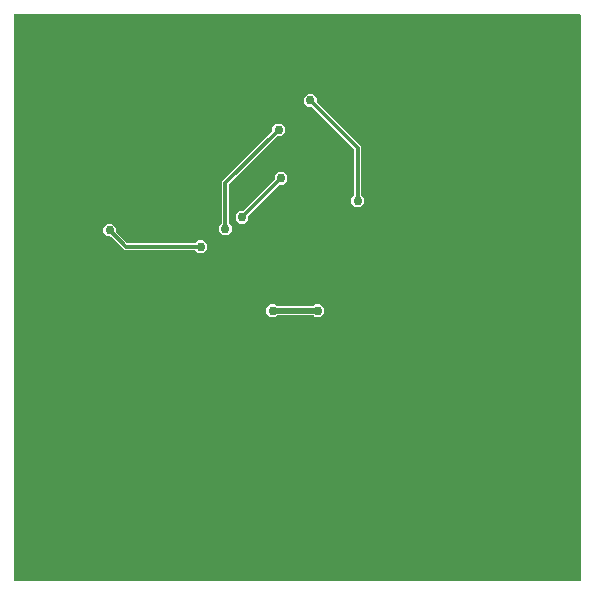
<source format=gbr>
G04 EAGLE Gerber RS-274X export*
G75*
%MOMM*%
%FSLAX34Y34*%
%LPD*%
%INBottom Copper*%
%IPPOS*%
%AMOC8*
5,1,8,0,0,1.08239X$1,22.5*%
G01*
%ADD10C,0.756400*%
%ADD11C,0.304800*%
%ADD12C,0.508000*%

G36*
X489098Y10164D02*
X489098Y10164D01*
X489117Y10162D01*
X489219Y10184D01*
X489321Y10200D01*
X489338Y10210D01*
X489358Y10214D01*
X489447Y10267D01*
X489538Y10316D01*
X489552Y10330D01*
X489569Y10340D01*
X489636Y10419D01*
X489708Y10494D01*
X489716Y10512D01*
X489729Y10527D01*
X489768Y10623D01*
X489811Y10717D01*
X489813Y10737D01*
X489821Y10755D01*
X489839Y10922D01*
X489839Y489078D01*
X489836Y489098D01*
X489838Y489117D01*
X489816Y489219D01*
X489800Y489321D01*
X489790Y489338D01*
X489786Y489358D01*
X489733Y489447D01*
X489684Y489538D01*
X489670Y489552D01*
X489660Y489569D01*
X489581Y489636D01*
X489506Y489708D01*
X489488Y489716D01*
X489473Y489729D01*
X489377Y489768D01*
X489283Y489811D01*
X489263Y489813D01*
X489245Y489821D01*
X489078Y489839D01*
X10922Y489839D01*
X10902Y489836D01*
X10883Y489838D01*
X10781Y489816D01*
X10679Y489800D01*
X10662Y489790D01*
X10642Y489786D01*
X10553Y489733D01*
X10462Y489684D01*
X10448Y489670D01*
X10431Y489660D01*
X10364Y489581D01*
X10292Y489506D01*
X10284Y489488D01*
X10271Y489473D01*
X10232Y489377D01*
X10189Y489283D01*
X10187Y489263D01*
X10179Y489245D01*
X10161Y489078D01*
X10161Y10922D01*
X10164Y10902D01*
X10162Y10883D01*
X10184Y10781D01*
X10200Y10679D01*
X10210Y10662D01*
X10214Y10642D01*
X10267Y10553D01*
X10316Y10462D01*
X10330Y10448D01*
X10340Y10431D01*
X10419Y10364D01*
X10494Y10292D01*
X10512Y10284D01*
X10527Y10271D01*
X10623Y10232D01*
X10717Y10189D01*
X10737Y10187D01*
X10755Y10179D01*
X10922Y10161D01*
X489078Y10161D01*
X489098Y10164D01*
G37*
%LPC*%
G36*
X186802Y302693D02*
X186802Y302693D01*
X183693Y305802D01*
X183693Y310198D01*
X185728Y312233D01*
X185781Y312307D01*
X185841Y312377D01*
X185853Y312407D01*
X185872Y312433D01*
X185899Y312520D01*
X185933Y312605D01*
X185937Y312646D01*
X185944Y312668D01*
X185943Y312700D01*
X185951Y312771D01*
X185951Y348263D01*
X228470Y390782D01*
X228523Y390856D01*
X228583Y390925D01*
X228595Y390955D01*
X228614Y390982D01*
X228641Y391069D01*
X228675Y391153D01*
X228679Y391194D01*
X228686Y391217D01*
X228685Y391249D01*
X228693Y391320D01*
X228693Y394198D01*
X231802Y397307D01*
X236198Y397307D01*
X239307Y394198D01*
X239307Y389802D01*
X236198Y386693D01*
X233320Y386693D01*
X233230Y386679D01*
X233139Y386671D01*
X233109Y386659D01*
X233077Y386654D01*
X232997Y386611D01*
X232913Y386575D01*
X232881Y386549D01*
X232860Y386538D01*
X232838Y386515D01*
X232782Y386470D01*
X192272Y345960D01*
X192219Y345886D01*
X192159Y345817D01*
X192147Y345787D01*
X192128Y345760D01*
X192101Y345673D01*
X192067Y345589D01*
X192063Y345548D01*
X192056Y345525D01*
X192057Y345493D01*
X192049Y345422D01*
X192049Y312771D01*
X192063Y312681D01*
X192071Y312590D01*
X192083Y312561D01*
X192088Y312529D01*
X192131Y312448D01*
X192167Y312364D01*
X192193Y312332D01*
X192204Y312311D01*
X192227Y312289D01*
X192272Y312233D01*
X194307Y310198D01*
X194307Y305802D01*
X191198Y302693D01*
X186802Y302693D01*
G37*
%LPD*%
%LPC*%
G36*
X298802Y326693D02*
X298802Y326693D01*
X295693Y329802D01*
X295693Y334198D01*
X297728Y336233D01*
X297776Y336299D01*
X297785Y336309D01*
X297788Y336314D01*
X297841Y336377D01*
X297853Y336407D01*
X297872Y336433D01*
X297899Y336520D01*
X297933Y336605D01*
X297937Y336646D01*
X297944Y336668D01*
X297943Y336700D01*
X297951Y336771D01*
X297951Y375422D01*
X297937Y375512D01*
X297929Y375603D01*
X297917Y375633D01*
X297912Y375665D01*
X297869Y375745D01*
X297833Y375829D01*
X297807Y375861D01*
X297796Y375882D01*
X297773Y375904D01*
X297728Y375960D01*
X262218Y411470D01*
X262144Y411523D01*
X262075Y411583D01*
X262045Y411595D01*
X262018Y411614D01*
X261931Y411641D01*
X261847Y411675D01*
X261806Y411679D01*
X261783Y411686D01*
X261751Y411685D01*
X261680Y411693D01*
X258802Y411693D01*
X255693Y414802D01*
X255693Y419198D01*
X258802Y422307D01*
X263198Y422307D01*
X266307Y419198D01*
X266307Y416320D01*
X266321Y416230D01*
X266329Y416139D01*
X266341Y416109D01*
X266346Y416077D01*
X266389Y415997D01*
X266425Y415913D01*
X266451Y415881D01*
X266462Y415860D01*
X266485Y415838D01*
X266530Y415782D01*
X304049Y378263D01*
X304049Y336771D01*
X304063Y336681D01*
X304071Y336590D01*
X304083Y336561D01*
X304088Y336529D01*
X304131Y336448D01*
X304167Y336364D01*
X304193Y336332D01*
X304204Y336311D01*
X304227Y336289D01*
X304272Y336233D01*
X306307Y334198D01*
X306307Y329802D01*
X303198Y326693D01*
X298802Y326693D01*
G37*
%LPD*%
%LPC*%
G36*
X165802Y287693D02*
X165802Y287693D01*
X163767Y289728D01*
X163693Y289781D01*
X163623Y289841D01*
X163593Y289853D01*
X163567Y289872D01*
X163480Y289899D01*
X163395Y289933D01*
X163354Y289937D01*
X163332Y289944D01*
X163300Y289943D01*
X163229Y289951D01*
X103737Y289951D01*
X92218Y301470D01*
X92144Y301523D01*
X92075Y301583D01*
X92045Y301595D01*
X92018Y301614D01*
X91931Y301641D01*
X91847Y301675D01*
X91806Y301679D01*
X91783Y301686D01*
X91751Y301685D01*
X91680Y301693D01*
X88802Y301693D01*
X85693Y304802D01*
X85693Y309198D01*
X88802Y312307D01*
X93198Y312307D01*
X96307Y309198D01*
X96307Y306320D01*
X96321Y306230D01*
X96329Y306139D01*
X96341Y306109D01*
X96346Y306077D01*
X96389Y305997D01*
X96425Y305913D01*
X96451Y305881D01*
X96462Y305860D01*
X96485Y305838D01*
X96530Y305782D01*
X106040Y296272D01*
X106114Y296219D01*
X106183Y296159D01*
X106213Y296147D01*
X106240Y296128D01*
X106327Y296101D01*
X106411Y296067D01*
X106452Y296063D01*
X106475Y296056D01*
X106507Y296057D01*
X106578Y296049D01*
X163229Y296049D01*
X163319Y296063D01*
X163410Y296071D01*
X163439Y296083D01*
X163471Y296088D01*
X163552Y296131D01*
X163636Y296167D01*
X163668Y296193D01*
X163689Y296204D01*
X163711Y296227D01*
X163767Y296272D01*
X165802Y298307D01*
X170198Y298307D01*
X173307Y295198D01*
X173307Y290802D01*
X170198Y287693D01*
X165802Y287693D01*
G37*
%LPD*%
%LPC*%
G36*
X226802Y233693D02*
X226802Y233693D01*
X223693Y236802D01*
X223693Y241198D01*
X226802Y244307D01*
X231198Y244307D01*
X232217Y243288D01*
X232291Y243235D01*
X232361Y243175D01*
X232391Y243163D01*
X232417Y243144D01*
X232504Y243117D01*
X232589Y243083D01*
X232630Y243079D01*
X232652Y243072D01*
X232684Y243073D01*
X232755Y243065D01*
X263245Y243065D01*
X263335Y243079D01*
X263426Y243087D01*
X263455Y243099D01*
X263487Y243104D01*
X263568Y243147D01*
X263652Y243183D01*
X263684Y243209D01*
X263705Y243220D01*
X263727Y243243D01*
X263783Y243288D01*
X264802Y244307D01*
X269198Y244307D01*
X272307Y241198D01*
X272307Y236802D01*
X269198Y233693D01*
X264802Y233693D01*
X263783Y234712D01*
X263709Y234765D01*
X263639Y234825D01*
X263609Y234837D01*
X263583Y234856D01*
X263496Y234883D01*
X263411Y234917D01*
X263370Y234921D01*
X263348Y234928D01*
X263316Y234927D01*
X263245Y234935D01*
X232755Y234935D01*
X232665Y234921D01*
X232574Y234913D01*
X232545Y234901D01*
X232513Y234896D01*
X232432Y234853D01*
X232348Y234817D01*
X232316Y234791D01*
X232295Y234780D01*
X232273Y234757D01*
X232217Y234712D01*
X231198Y233693D01*
X226802Y233693D01*
G37*
%LPD*%
%LPC*%
G36*
X200802Y312693D02*
X200802Y312693D01*
X197693Y315802D01*
X197693Y320198D01*
X200802Y323307D01*
X203680Y323307D01*
X203770Y323321D01*
X203861Y323329D01*
X203891Y323341D01*
X203923Y323346D01*
X204003Y323389D01*
X204087Y323425D01*
X204119Y323451D01*
X204140Y323462D01*
X204162Y323485D01*
X204218Y323530D01*
X230470Y349782D01*
X230523Y349856D01*
X230583Y349925D01*
X230595Y349955D01*
X230614Y349982D01*
X230641Y350069D01*
X230675Y350153D01*
X230679Y350194D01*
X230686Y350217D01*
X230685Y350249D01*
X230693Y350320D01*
X230693Y353198D01*
X233802Y356307D01*
X238198Y356307D01*
X241307Y353198D01*
X241307Y348802D01*
X238198Y345693D01*
X235320Y345693D01*
X235230Y345679D01*
X235139Y345671D01*
X235109Y345659D01*
X235077Y345654D01*
X234997Y345611D01*
X234913Y345575D01*
X234881Y345549D01*
X234860Y345538D01*
X234838Y345515D01*
X234782Y345470D01*
X208530Y319218D01*
X208477Y319144D01*
X208417Y319075D01*
X208405Y319045D01*
X208386Y319018D01*
X208359Y318931D01*
X208325Y318847D01*
X208321Y318806D01*
X208314Y318783D01*
X208315Y318751D01*
X208307Y318680D01*
X208307Y315802D01*
X205198Y312693D01*
X200802Y312693D01*
G37*
%LPD*%
D10*
X34000Y19000D03*
X44000Y19000D03*
X54000Y19000D03*
X64000Y19000D03*
X91000Y307000D03*
D11*
X105000Y293000D01*
X168000Y293000D01*
D10*
X168000Y293000D03*
X203000Y318000D03*
D11*
X236000Y351000D01*
D10*
X236000Y351000D03*
X189000Y308000D03*
D11*
X189000Y347000D01*
X234000Y392000D01*
D10*
X234000Y392000D03*
X301000Y332000D03*
D11*
X301000Y377000D01*
X261000Y417000D01*
D10*
X261000Y417000D03*
X267000Y239000D03*
X229000Y239000D03*
D12*
X267000Y239000D01*
M02*

</source>
